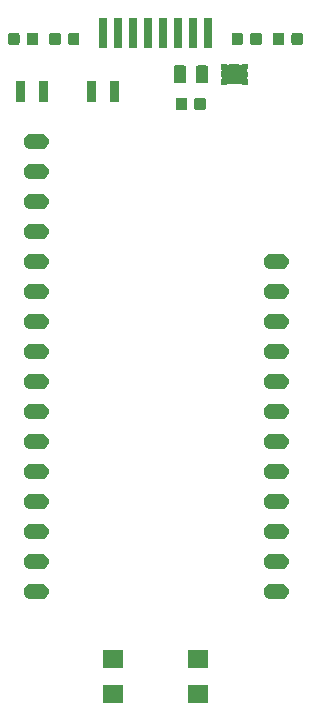
<source format=gbr>
G04 #@! TF.GenerationSoftware,KiCad,Pcbnew,(5.1.5-0-10_14)*
G04 #@! TF.CreationDate,2021-06-02T09:42:11-04:00*
G04 #@! TF.ProjectId,ESLO_RB2_DataDump,45534c4f-5f52-4423-925f-446174614475,rev?*
G04 #@! TF.SameCoordinates,Original*
G04 #@! TF.FileFunction,Soldermask,Top*
G04 #@! TF.FilePolarity,Negative*
%FSLAX46Y46*%
G04 Gerber Fmt 4.6, Leading zero omitted, Abs format (unit mm)*
G04 Created by KiCad (PCBNEW (5.1.5-0-10_14)) date 2021-06-02 09:42:11*
%MOMM*%
%LPD*%
G04 APERTURE LIST*
%ADD10C,0.100000*%
G04 APERTURE END LIST*
D10*
G36*
X134951000Y-127751000D02*
G01*
X133249000Y-127751000D01*
X133249000Y-126249000D01*
X134951000Y-126249000D01*
X134951000Y-127751000D01*
G37*
G36*
X127751000Y-127751000D02*
G01*
X126049000Y-127751000D01*
X126049000Y-126249000D01*
X127751000Y-126249000D01*
X127751000Y-127751000D01*
G37*
G36*
X134951000Y-124751000D02*
G01*
X133249000Y-124751000D01*
X133249000Y-123249000D01*
X134951000Y-123249000D01*
X134951000Y-124751000D01*
G37*
G36*
X127751000Y-124751000D02*
G01*
X126049000Y-124751000D01*
X126049000Y-123249000D01*
X127751000Y-123249000D01*
X127751000Y-124751000D01*
G37*
G36*
X120863855Y-117632140D02*
G01*
X120927618Y-117638420D01*
X121018404Y-117665960D01*
X121050336Y-117675646D01*
X121163425Y-117736094D01*
X121262554Y-117817446D01*
X121343906Y-117916575D01*
X121404354Y-118029664D01*
X121404355Y-118029668D01*
X121441580Y-118152382D01*
X121454149Y-118280000D01*
X121441580Y-118407618D01*
X121414040Y-118498404D01*
X121404354Y-118530336D01*
X121343906Y-118643425D01*
X121262554Y-118742554D01*
X121163425Y-118823906D01*
X121050336Y-118884354D01*
X121018404Y-118894040D01*
X120927618Y-118921580D01*
X120863855Y-118927860D01*
X120831974Y-118931000D01*
X119968026Y-118931000D01*
X119936145Y-118927860D01*
X119872382Y-118921580D01*
X119781596Y-118894040D01*
X119749664Y-118884354D01*
X119636575Y-118823906D01*
X119537446Y-118742554D01*
X119456094Y-118643425D01*
X119395646Y-118530336D01*
X119385960Y-118498404D01*
X119358420Y-118407618D01*
X119345851Y-118280000D01*
X119358420Y-118152382D01*
X119395645Y-118029668D01*
X119395646Y-118029664D01*
X119456094Y-117916575D01*
X119537446Y-117817446D01*
X119636575Y-117736094D01*
X119749664Y-117675646D01*
X119781596Y-117665960D01*
X119872382Y-117638420D01*
X119936145Y-117632140D01*
X119968026Y-117629000D01*
X120831974Y-117629000D01*
X120863855Y-117632140D01*
G37*
G36*
X141183855Y-117632140D02*
G01*
X141247618Y-117638420D01*
X141338404Y-117665960D01*
X141370336Y-117675646D01*
X141483425Y-117736094D01*
X141582554Y-117817446D01*
X141663906Y-117916575D01*
X141724354Y-118029664D01*
X141724355Y-118029668D01*
X141761580Y-118152382D01*
X141774149Y-118280000D01*
X141761580Y-118407618D01*
X141734040Y-118498404D01*
X141724354Y-118530336D01*
X141663906Y-118643425D01*
X141582554Y-118742554D01*
X141483425Y-118823906D01*
X141370336Y-118884354D01*
X141338404Y-118894040D01*
X141247618Y-118921580D01*
X141183855Y-118927860D01*
X141151974Y-118931000D01*
X140288026Y-118931000D01*
X140256145Y-118927860D01*
X140192382Y-118921580D01*
X140101596Y-118894040D01*
X140069664Y-118884354D01*
X139956575Y-118823906D01*
X139857446Y-118742554D01*
X139776094Y-118643425D01*
X139715646Y-118530336D01*
X139705960Y-118498404D01*
X139678420Y-118407618D01*
X139665851Y-118280000D01*
X139678420Y-118152382D01*
X139715645Y-118029668D01*
X139715646Y-118029664D01*
X139776094Y-117916575D01*
X139857446Y-117817446D01*
X139956575Y-117736094D01*
X140069664Y-117675646D01*
X140101596Y-117665960D01*
X140192382Y-117638420D01*
X140256145Y-117632140D01*
X140288026Y-117629000D01*
X141151974Y-117629000D01*
X141183855Y-117632140D01*
G37*
G36*
X120863855Y-115092140D02*
G01*
X120927618Y-115098420D01*
X121018404Y-115125960D01*
X121050336Y-115135646D01*
X121163425Y-115196094D01*
X121262554Y-115277446D01*
X121343906Y-115376575D01*
X121404354Y-115489664D01*
X121404355Y-115489668D01*
X121441580Y-115612382D01*
X121454149Y-115740000D01*
X121441580Y-115867618D01*
X121414040Y-115958404D01*
X121404354Y-115990336D01*
X121343906Y-116103425D01*
X121262554Y-116202554D01*
X121163425Y-116283906D01*
X121050336Y-116344354D01*
X121018404Y-116354040D01*
X120927618Y-116381580D01*
X120863855Y-116387860D01*
X120831974Y-116391000D01*
X119968026Y-116391000D01*
X119936145Y-116387860D01*
X119872382Y-116381580D01*
X119781596Y-116354040D01*
X119749664Y-116344354D01*
X119636575Y-116283906D01*
X119537446Y-116202554D01*
X119456094Y-116103425D01*
X119395646Y-115990336D01*
X119385960Y-115958404D01*
X119358420Y-115867618D01*
X119345851Y-115740000D01*
X119358420Y-115612382D01*
X119395645Y-115489668D01*
X119395646Y-115489664D01*
X119456094Y-115376575D01*
X119537446Y-115277446D01*
X119636575Y-115196094D01*
X119749664Y-115135646D01*
X119781596Y-115125960D01*
X119872382Y-115098420D01*
X119936145Y-115092140D01*
X119968026Y-115089000D01*
X120831974Y-115089000D01*
X120863855Y-115092140D01*
G37*
G36*
X141183855Y-115092140D02*
G01*
X141247618Y-115098420D01*
X141338404Y-115125960D01*
X141370336Y-115135646D01*
X141483425Y-115196094D01*
X141582554Y-115277446D01*
X141663906Y-115376575D01*
X141724354Y-115489664D01*
X141724355Y-115489668D01*
X141761580Y-115612382D01*
X141774149Y-115740000D01*
X141761580Y-115867618D01*
X141734040Y-115958404D01*
X141724354Y-115990336D01*
X141663906Y-116103425D01*
X141582554Y-116202554D01*
X141483425Y-116283906D01*
X141370336Y-116344354D01*
X141338404Y-116354040D01*
X141247618Y-116381580D01*
X141183855Y-116387860D01*
X141151974Y-116391000D01*
X140288026Y-116391000D01*
X140256145Y-116387860D01*
X140192382Y-116381580D01*
X140101596Y-116354040D01*
X140069664Y-116344354D01*
X139956575Y-116283906D01*
X139857446Y-116202554D01*
X139776094Y-116103425D01*
X139715646Y-115990336D01*
X139705960Y-115958404D01*
X139678420Y-115867618D01*
X139665851Y-115740000D01*
X139678420Y-115612382D01*
X139715645Y-115489668D01*
X139715646Y-115489664D01*
X139776094Y-115376575D01*
X139857446Y-115277446D01*
X139956575Y-115196094D01*
X140069664Y-115135646D01*
X140101596Y-115125960D01*
X140192382Y-115098420D01*
X140256145Y-115092140D01*
X140288026Y-115089000D01*
X141151974Y-115089000D01*
X141183855Y-115092140D01*
G37*
G36*
X120863855Y-112552140D02*
G01*
X120927618Y-112558420D01*
X121018404Y-112585960D01*
X121050336Y-112595646D01*
X121163425Y-112656094D01*
X121262554Y-112737446D01*
X121343906Y-112836575D01*
X121404354Y-112949664D01*
X121404355Y-112949668D01*
X121441580Y-113072382D01*
X121454149Y-113200000D01*
X121441580Y-113327618D01*
X121414040Y-113418404D01*
X121404354Y-113450336D01*
X121343906Y-113563425D01*
X121262554Y-113662554D01*
X121163425Y-113743906D01*
X121050336Y-113804354D01*
X121018404Y-113814040D01*
X120927618Y-113841580D01*
X120863855Y-113847860D01*
X120831974Y-113851000D01*
X119968026Y-113851000D01*
X119936145Y-113847860D01*
X119872382Y-113841580D01*
X119781596Y-113814040D01*
X119749664Y-113804354D01*
X119636575Y-113743906D01*
X119537446Y-113662554D01*
X119456094Y-113563425D01*
X119395646Y-113450336D01*
X119385960Y-113418404D01*
X119358420Y-113327618D01*
X119345851Y-113200000D01*
X119358420Y-113072382D01*
X119395645Y-112949668D01*
X119395646Y-112949664D01*
X119456094Y-112836575D01*
X119537446Y-112737446D01*
X119636575Y-112656094D01*
X119749664Y-112595646D01*
X119781596Y-112585960D01*
X119872382Y-112558420D01*
X119936145Y-112552140D01*
X119968026Y-112549000D01*
X120831974Y-112549000D01*
X120863855Y-112552140D01*
G37*
G36*
X141183855Y-112552140D02*
G01*
X141247618Y-112558420D01*
X141338404Y-112585960D01*
X141370336Y-112595646D01*
X141483425Y-112656094D01*
X141582554Y-112737446D01*
X141663906Y-112836575D01*
X141724354Y-112949664D01*
X141724355Y-112949668D01*
X141761580Y-113072382D01*
X141774149Y-113200000D01*
X141761580Y-113327618D01*
X141734040Y-113418404D01*
X141724354Y-113450336D01*
X141663906Y-113563425D01*
X141582554Y-113662554D01*
X141483425Y-113743906D01*
X141370336Y-113804354D01*
X141338404Y-113814040D01*
X141247618Y-113841580D01*
X141183855Y-113847860D01*
X141151974Y-113851000D01*
X140288026Y-113851000D01*
X140256145Y-113847860D01*
X140192382Y-113841580D01*
X140101596Y-113814040D01*
X140069664Y-113804354D01*
X139956575Y-113743906D01*
X139857446Y-113662554D01*
X139776094Y-113563425D01*
X139715646Y-113450336D01*
X139705960Y-113418404D01*
X139678420Y-113327618D01*
X139665851Y-113200000D01*
X139678420Y-113072382D01*
X139715645Y-112949668D01*
X139715646Y-112949664D01*
X139776094Y-112836575D01*
X139857446Y-112737446D01*
X139956575Y-112656094D01*
X140069664Y-112595646D01*
X140101596Y-112585960D01*
X140192382Y-112558420D01*
X140256145Y-112552140D01*
X140288026Y-112549000D01*
X141151974Y-112549000D01*
X141183855Y-112552140D01*
G37*
G36*
X141183855Y-110012140D02*
G01*
X141247618Y-110018420D01*
X141338404Y-110045960D01*
X141370336Y-110055646D01*
X141483425Y-110116094D01*
X141582554Y-110197446D01*
X141663906Y-110296575D01*
X141724354Y-110409664D01*
X141724355Y-110409668D01*
X141761580Y-110532382D01*
X141774149Y-110660000D01*
X141761580Y-110787618D01*
X141734040Y-110878404D01*
X141724354Y-110910336D01*
X141663906Y-111023425D01*
X141582554Y-111122554D01*
X141483425Y-111203906D01*
X141370336Y-111264354D01*
X141338404Y-111274040D01*
X141247618Y-111301580D01*
X141183855Y-111307860D01*
X141151974Y-111311000D01*
X140288026Y-111311000D01*
X140256145Y-111307860D01*
X140192382Y-111301580D01*
X140101596Y-111274040D01*
X140069664Y-111264354D01*
X139956575Y-111203906D01*
X139857446Y-111122554D01*
X139776094Y-111023425D01*
X139715646Y-110910336D01*
X139705960Y-110878404D01*
X139678420Y-110787618D01*
X139665851Y-110660000D01*
X139678420Y-110532382D01*
X139715645Y-110409668D01*
X139715646Y-110409664D01*
X139776094Y-110296575D01*
X139857446Y-110197446D01*
X139956575Y-110116094D01*
X140069664Y-110055646D01*
X140101596Y-110045960D01*
X140192382Y-110018420D01*
X140256145Y-110012140D01*
X140288026Y-110009000D01*
X141151974Y-110009000D01*
X141183855Y-110012140D01*
G37*
G36*
X120863855Y-110012140D02*
G01*
X120927618Y-110018420D01*
X121018404Y-110045960D01*
X121050336Y-110055646D01*
X121163425Y-110116094D01*
X121262554Y-110197446D01*
X121343906Y-110296575D01*
X121404354Y-110409664D01*
X121404355Y-110409668D01*
X121441580Y-110532382D01*
X121454149Y-110660000D01*
X121441580Y-110787618D01*
X121414040Y-110878404D01*
X121404354Y-110910336D01*
X121343906Y-111023425D01*
X121262554Y-111122554D01*
X121163425Y-111203906D01*
X121050336Y-111264354D01*
X121018404Y-111274040D01*
X120927618Y-111301580D01*
X120863855Y-111307860D01*
X120831974Y-111311000D01*
X119968026Y-111311000D01*
X119936145Y-111307860D01*
X119872382Y-111301580D01*
X119781596Y-111274040D01*
X119749664Y-111264354D01*
X119636575Y-111203906D01*
X119537446Y-111122554D01*
X119456094Y-111023425D01*
X119395646Y-110910336D01*
X119385960Y-110878404D01*
X119358420Y-110787618D01*
X119345851Y-110660000D01*
X119358420Y-110532382D01*
X119395645Y-110409668D01*
X119395646Y-110409664D01*
X119456094Y-110296575D01*
X119537446Y-110197446D01*
X119636575Y-110116094D01*
X119749664Y-110055646D01*
X119781596Y-110045960D01*
X119872382Y-110018420D01*
X119936145Y-110012140D01*
X119968026Y-110009000D01*
X120831974Y-110009000D01*
X120863855Y-110012140D01*
G37*
G36*
X141183855Y-107472140D02*
G01*
X141247618Y-107478420D01*
X141338404Y-107505960D01*
X141370336Y-107515646D01*
X141483425Y-107576094D01*
X141582554Y-107657446D01*
X141663906Y-107756575D01*
X141724354Y-107869664D01*
X141724355Y-107869668D01*
X141761580Y-107992382D01*
X141774149Y-108120000D01*
X141761580Y-108247618D01*
X141734040Y-108338404D01*
X141724354Y-108370336D01*
X141663906Y-108483425D01*
X141582554Y-108582554D01*
X141483425Y-108663906D01*
X141370336Y-108724354D01*
X141338404Y-108734040D01*
X141247618Y-108761580D01*
X141183855Y-108767860D01*
X141151974Y-108771000D01*
X140288026Y-108771000D01*
X140256145Y-108767860D01*
X140192382Y-108761580D01*
X140101596Y-108734040D01*
X140069664Y-108724354D01*
X139956575Y-108663906D01*
X139857446Y-108582554D01*
X139776094Y-108483425D01*
X139715646Y-108370336D01*
X139705960Y-108338404D01*
X139678420Y-108247618D01*
X139665851Y-108120000D01*
X139678420Y-107992382D01*
X139715645Y-107869668D01*
X139715646Y-107869664D01*
X139776094Y-107756575D01*
X139857446Y-107657446D01*
X139956575Y-107576094D01*
X140069664Y-107515646D01*
X140101596Y-107505960D01*
X140192382Y-107478420D01*
X140256145Y-107472140D01*
X140288026Y-107469000D01*
X141151974Y-107469000D01*
X141183855Y-107472140D01*
G37*
G36*
X120863855Y-107472140D02*
G01*
X120927618Y-107478420D01*
X121018404Y-107505960D01*
X121050336Y-107515646D01*
X121163425Y-107576094D01*
X121262554Y-107657446D01*
X121343906Y-107756575D01*
X121404354Y-107869664D01*
X121404355Y-107869668D01*
X121441580Y-107992382D01*
X121454149Y-108120000D01*
X121441580Y-108247618D01*
X121414040Y-108338404D01*
X121404354Y-108370336D01*
X121343906Y-108483425D01*
X121262554Y-108582554D01*
X121163425Y-108663906D01*
X121050336Y-108724354D01*
X121018404Y-108734040D01*
X120927618Y-108761580D01*
X120863855Y-108767860D01*
X120831974Y-108771000D01*
X119968026Y-108771000D01*
X119936145Y-108767860D01*
X119872382Y-108761580D01*
X119781596Y-108734040D01*
X119749664Y-108724354D01*
X119636575Y-108663906D01*
X119537446Y-108582554D01*
X119456094Y-108483425D01*
X119395646Y-108370336D01*
X119385960Y-108338404D01*
X119358420Y-108247618D01*
X119345851Y-108120000D01*
X119358420Y-107992382D01*
X119395645Y-107869668D01*
X119395646Y-107869664D01*
X119456094Y-107756575D01*
X119537446Y-107657446D01*
X119636575Y-107576094D01*
X119749664Y-107515646D01*
X119781596Y-107505960D01*
X119872382Y-107478420D01*
X119936145Y-107472140D01*
X119968026Y-107469000D01*
X120831974Y-107469000D01*
X120863855Y-107472140D01*
G37*
G36*
X141183855Y-104932140D02*
G01*
X141247618Y-104938420D01*
X141338404Y-104965960D01*
X141370336Y-104975646D01*
X141483425Y-105036094D01*
X141582554Y-105117446D01*
X141663906Y-105216575D01*
X141724354Y-105329664D01*
X141724355Y-105329668D01*
X141761580Y-105452382D01*
X141774149Y-105580000D01*
X141761580Y-105707618D01*
X141734040Y-105798404D01*
X141724354Y-105830336D01*
X141663906Y-105943425D01*
X141582554Y-106042554D01*
X141483425Y-106123906D01*
X141370336Y-106184354D01*
X141338404Y-106194040D01*
X141247618Y-106221580D01*
X141183855Y-106227860D01*
X141151974Y-106231000D01*
X140288026Y-106231000D01*
X140256145Y-106227860D01*
X140192382Y-106221580D01*
X140101596Y-106194040D01*
X140069664Y-106184354D01*
X139956575Y-106123906D01*
X139857446Y-106042554D01*
X139776094Y-105943425D01*
X139715646Y-105830336D01*
X139705960Y-105798404D01*
X139678420Y-105707618D01*
X139665851Y-105580000D01*
X139678420Y-105452382D01*
X139715645Y-105329668D01*
X139715646Y-105329664D01*
X139776094Y-105216575D01*
X139857446Y-105117446D01*
X139956575Y-105036094D01*
X140069664Y-104975646D01*
X140101596Y-104965960D01*
X140192382Y-104938420D01*
X140256145Y-104932140D01*
X140288026Y-104929000D01*
X141151974Y-104929000D01*
X141183855Y-104932140D01*
G37*
G36*
X120863855Y-104932140D02*
G01*
X120927618Y-104938420D01*
X121018404Y-104965960D01*
X121050336Y-104975646D01*
X121163425Y-105036094D01*
X121262554Y-105117446D01*
X121343906Y-105216575D01*
X121404354Y-105329664D01*
X121404355Y-105329668D01*
X121441580Y-105452382D01*
X121454149Y-105580000D01*
X121441580Y-105707618D01*
X121414040Y-105798404D01*
X121404354Y-105830336D01*
X121343906Y-105943425D01*
X121262554Y-106042554D01*
X121163425Y-106123906D01*
X121050336Y-106184354D01*
X121018404Y-106194040D01*
X120927618Y-106221580D01*
X120863855Y-106227860D01*
X120831974Y-106231000D01*
X119968026Y-106231000D01*
X119936145Y-106227860D01*
X119872382Y-106221580D01*
X119781596Y-106194040D01*
X119749664Y-106184354D01*
X119636575Y-106123906D01*
X119537446Y-106042554D01*
X119456094Y-105943425D01*
X119395646Y-105830336D01*
X119385960Y-105798404D01*
X119358420Y-105707618D01*
X119345851Y-105580000D01*
X119358420Y-105452382D01*
X119395645Y-105329668D01*
X119395646Y-105329664D01*
X119456094Y-105216575D01*
X119537446Y-105117446D01*
X119636575Y-105036094D01*
X119749664Y-104975646D01*
X119781596Y-104965960D01*
X119872382Y-104938420D01*
X119936145Y-104932140D01*
X119968026Y-104929000D01*
X120831974Y-104929000D01*
X120863855Y-104932140D01*
G37*
G36*
X120863855Y-102392140D02*
G01*
X120927618Y-102398420D01*
X121018404Y-102425960D01*
X121050336Y-102435646D01*
X121163425Y-102496094D01*
X121262554Y-102577446D01*
X121343906Y-102676575D01*
X121404354Y-102789664D01*
X121404355Y-102789668D01*
X121441580Y-102912382D01*
X121454149Y-103040000D01*
X121441580Y-103167618D01*
X121414040Y-103258404D01*
X121404354Y-103290336D01*
X121343906Y-103403425D01*
X121262554Y-103502554D01*
X121163425Y-103583906D01*
X121050336Y-103644354D01*
X121018404Y-103654040D01*
X120927618Y-103681580D01*
X120863855Y-103687860D01*
X120831974Y-103691000D01*
X119968026Y-103691000D01*
X119936145Y-103687860D01*
X119872382Y-103681580D01*
X119781596Y-103654040D01*
X119749664Y-103644354D01*
X119636575Y-103583906D01*
X119537446Y-103502554D01*
X119456094Y-103403425D01*
X119395646Y-103290336D01*
X119385960Y-103258404D01*
X119358420Y-103167618D01*
X119345851Y-103040000D01*
X119358420Y-102912382D01*
X119395645Y-102789668D01*
X119395646Y-102789664D01*
X119456094Y-102676575D01*
X119537446Y-102577446D01*
X119636575Y-102496094D01*
X119749664Y-102435646D01*
X119781596Y-102425960D01*
X119872382Y-102398420D01*
X119936145Y-102392140D01*
X119968026Y-102389000D01*
X120831974Y-102389000D01*
X120863855Y-102392140D01*
G37*
G36*
X141183855Y-102392140D02*
G01*
X141247618Y-102398420D01*
X141338404Y-102425960D01*
X141370336Y-102435646D01*
X141483425Y-102496094D01*
X141582554Y-102577446D01*
X141663906Y-102676575D01*
X141724354Y-102789664D01*
X141724355Y-102789668D01*
X141761580Y-102912382D01*
X141774149Y-103040000D01*
X141761580Y-103167618D01*
X141734040Y-103258404D01*
X141724354Y-103290336D01*
X141663906Y-103403425D01*
X141582554Y-103502554D01*
X141483425Y-103583906D01*
X141370336Y-103644354D01*
X141338404Y-103654040D01*
X141247618Y-103681580D01*
X141183855Y-103687860D01*
X141151974Y-103691000D01*
X140288026Y-103691000D01*
X140256145Y-103687860D01*
X140192382Y-103681580D01*
X140101596Y-103654040D01*
X140069664Y-103644354D01*
X139956575Y-103583906D01*
X139857446Y-103502554D01*
X139776094Y-103403425D01*
X139715646Y-103290336D01*
X139705960Y-103258404D01*
X139678420Y-103167618D01*
X139665851Y-103040000D01*
X139678420Y-102912382D01*
X139715645Y-102789668D01*
X139715646Y-102789664D01*
X139776094Y-102676575D01*
X139857446Y-102577446D01*
X139956575Y-102496094D01*
X140069664Y-102435646D01*
X140101596Y-102425960D01*
X140192382Y-102398420D01*
X140256145Y-102392140D01*
X140288026Y-102389000D01*
X141151974Y-102389000D01*
X141183855Y-102392140D01*
G37*
G36*
X120863855Y-99852140D02*
G01*
X120927618Y-99858420D01*
X121018404Y-99885960D01*
X121050336Y-99895646D01*
X121163425Y-99956094D01*
X121262554Y-100037446D01*
X121343906Y-100136575D01*
X121404354Y-100249664D01*
X121404355Y-100249668D01*
X121441580Y-100372382D01*
X121454149Y-100500000D01*
X121441580Y-100627618D01*
X121414040Y-100718404D01*
X121404354Y-100750336D01*
X121343906Y-100863425D01*
X121262554Y-100962554D01*
X121163425Y-101043906D01*
X121050336Y-101104354D01*
X121018404Y-101114040D01*
X120927618Y-101141580D01*
X120863855Y-101147860D01*
X120831974Y-101151000D01*
X119968026Y-101151000D01*
X119936145Y-101147860D01*
X119872382Y-101141580D01*
X119781596Y-101114040D01*
X119749664Y-101104354D01*
X119636575Y-101043906D01*
X119537446Y-100962554D01*
X119456094Y-100863425D01*
X119395646Y-100750336D01*
X119385960Y-100718404D01*
X119358420Y-100627618D01*
X119345851Y-100500000D01*
X119358420Y-100372382D01*
X119395645Y-100249668D01*
X119395646Y-100249664D01*
X119456094Y-100136575D01*
X119537446Y-100037446D01*
X119636575Y-99956094D01*
X119749664Y-99895646D01*
X119781596Y-99885960D01*
X119872382Y-99858420D01*
X119936145Y-99852140D01*
X119968026Y-99849000D01*
X120831974Y-99849000D01*
X120863855Y-99852140D01*
G37*
G36*
X141183855Y-99852140D02*
G01*
X141247618Y-99858420D01*
X141338404Y-99885960D01*
X141370336Y-99895646D01*
X141483425Y-99956094D01*
X141582554Y-100037446D01*
X141663906Y-100136575D01*
X141724354Y-100249664D01*
X141724355Y-100249668D01*
X141761580Y-100372382D01*
X141774149Y-100500000D01*
X141761580Y-100627618D01*
X141734040Y-100718404D01*
X141724354Y-100750336D01*
X141663906Y-100863425D01*
X141582554Y-100962554D01*
X141483425Y-101043906D01*
X141370336Y-101104354D01*
X141338404Y-101114040D01*
X141247618Y-101141580D01*
X141183855Y-101147860D01*
X141151974Y-101151000D01*
X140288026Y-101151000D01*
X140256145Y-101147860D01*
X140192382Y-101141580D01*
X140101596Y-101114040D01*
X140069664Y-101104354D01*
X139956575Y-101043906D01*
X139857446Y-100962554D01*
X139776094Y-100863425D01*
X139715646Y-100750336D01*
X139705960Y-100718404D01*
X139678420Y-100627618D01*
X139665851Y-100500000D01*
X139678420Y-100372382D01*
X139715645Y-100249668D01*
X139715646Y-100249664D01*
X139776094Y-100136575D01*
X139857446Y-100037446D01*
X139956575Y-99956094D01*
X140069664Y-99895646D01*
X140101596Y-99885960D01*
X140192382Y-99858420D01*
X140256145Y-99852140D01*
X140288026Y-99849000D01*
X141151974Y-99849000D01*
X141183855Y-99852140D01*
G37*
G36*
X120863855Y-97312140D02*
G01*
X120927618Y-97318420D01*
X121018404Y-97345960D01*
X121050336Y-97355646D01*
X121163425Y-97416094D01*
X121262554Y-97497446D01*
X121343906Y-97596575D01*
X121404354Y-97709664D01*
X121404355Y-97709668D01*
X121441580Y-97832382D01*
X121454149Y-97960000D01*
X121441580Y-98087618D01*
X121414040Y-98178404D01*
X121404354Y-98210336D01*
X121343906Y-98323425D01*
X121262554Y-98422554D01*
X121163425Y-98503906D01*
X121050336Y-98564354D01*
X121018404Y-98574040D01*
X120927618Y-98601580D01*
X120863855Y-98607860D01*
X120831974Y-98611000D01*
X119968026Y-98611000D01*
X119936145Y-98607860D01*
X119872382Y-98601580D01*
X119781596Y-98574040D01*
X119749664Y-98564354D01*
X119636575Y-98503906D01*
X119537446Y-98422554D01*
X119456094Y-98323425D01*
X119395646Y-98210336D01*
X119385960Y-98178404D01*
X119358420Y-98087618D01*
X119345851Y-97960000D01*
X119358420Y-97832382D01*
X119395645Y-97709668D01*
X119395646Y-97709664D01*
X119456094Y-97596575D01*
X119537446Y-97497446D01*
X119636575Y-97416094D01*
X119749664Y-97355646D01*
X119781596Y-97345960D01*
X119872382Y-97318420D01*
X119936145Y-97312140D01*
X119968026Y-97309000D01*
X120831974Y-97309000D01*
X120863855Y-97312140D01*
G37*
G36*
X141183855Y-97312140D02*
G01*
X141247618Y-97318420D01*
X141338404Y-97345960D01*
X141370336Y-97355646D01*
X141483425Y-97416094D01*
X141582554Y-97497446D01*
X141663906Y-97596575D01*
X141724354Y-97709664D01*
X141724355Y-97709668D01*
X141761580Y-97832382D01*
X141774149Y-97960000D01*
X141761580Y-98087618D01*
X141734040Y-98178404D01*
X141724354Y-98210336D01*
X141663906Y-98323425D01*
X141582554Y-98422554D01*
X141483425Y-98503906D01*
X141370336Y-98564354D01*
X141338404Y-98574040D01*
X141247618Y-98601580D01*
X141183855Y-98607860D01*
X141151974Y-98611000D01*
X140288026Y-98611000D01*
X140256145Y-98607860D01*
X140192382Y-98601580D01*
X140101596Y-98574040D01*
X140069664Y-98564354D01*
X139956575Y-98503906D01*
X139857446Y-98422554D01*
X139776094Y-98323425D01*
X139715646Y-98210336D01*
X139705960Y-98178404D01*
X139678420Y-98087618D01*
X139665851Y-97960000D01*
X139678420Y-97832382D01*
X139715645Y-97709668D01*
X139715646Y-97709664D01*
X139776094Y-97596575D01*
X139857446Y-97497446D01*
X139956575Y-97416094D01*
X140069664Y-97355646D01*
X140101596Y-97345960D01*
X140192382Y-97318420D01*
X140256145Y-97312140D01*
X140288026Y-97309000D01*
X141151974Y-97309000D01*
X141183855Y-97312140D01*
G37*
G36*
X120863855Y-94772140D02*
G01*
X120927618Y-94778420D01*
X121018404Y-94805960D01*
X121050336Y-94815646D01*
X121163425Y-94876094D01*
X121262554Y-94957446D01*
X121343906Y-95056575D01*
X121404354Y-95169664D01*
X121404355Y-95169668D01*
X121441580Y-95292382D01*
X121454149Y-95420000D01*
X121441580Y-95547618D01*
X121414040Y-95638404D01*
X121404354Y-95670336D01*
X121343906Y-95783425D01*
X121262554Y-95882554D01*
X121163425Y-95963906D01*
X121050336Y-96024354D01*
X121018404Y-96034040D01*
X120927618Y-96061580D01*
X120863855Y-96067860D01*
X120831974Y-96071000D01*
X119968026Y-96071000D01*
X119936145Y-96067860D01*
X119872382Y-96061580D01*
X119781596Y-96034040D01*
X119749664Y-96024354D01*
X119636575Y-95963906D01*
X119537446Y-95882554D01*
X119456094Y-95783425D01*
X119395646Y-95670336D01*
X119385960Y-95638404D01*
X119358420Y-95547618D01*
X119345851Y-95420000D01*
X119358420Y-95292382D01*
X119395645Y-95169668D01*
X119395646Y-95169664D01*
X119456094Y-95056575D01*
X119537446Y-94957446D01*
X119636575Y-94876094D01*
X119749664Y-94815646D01*
X119781596Y-94805960D01*
X119872382Y-94778420D01*
X119936145Y-94772140D01*
X119968026Y-94769000D01*
X120831974Y-94769000D01*
X120863855Y-94772140D01*
G37*
G36*
X141183855Y-94772140D02*
G01*
X141247618Y-94778420D01*
X141338404Y-94805960D01*
X141370336Y-94815646D01*
X141483425Y-94876094D01*
X141582554Y-94957446D01*
X141663906Y-95056575D01*
X141724354Y-95169664D01*
X141724355Y-95169668D01*
X141761580Y-95292382D01*
X141774149Y-95420000D01*
X141761580Y-95547618D01*
X141734040Y-95638404D01*
X141724354Y-95670336D01*
X141663906Y-95783425D01*
X141582554Y-95882554D01*
X141483425Y-95963906D01*
X141370336Y-96024354D01*
X141338404Y-96034040D01*
X141247618Y-96061580D01*
X141183855Y-96067860D01*
X141151974Y-96071000D01*
X140288026Y-96071000D01*
X140256145Y-96067860D01*
X140192382Y-96061580D01*
X140101596Y-96034040D01*
X140069664Y-96024354D01*
X139956575Y-95963906D01*
X139857446Y-95882554D01*
X139776094Y-95783425D01*
X139715646Y-95670336D01*
X139705960Y-95638404D01*
X139678420Y-95547618D01*
X139665851Y-95420000D01*
X139678420Y-95292382D01*
X139715645Y-95169668D01*
X139715646Y-95169664D01*
X139776094Y-95056575D01*
X139857446Y-94957446D01*
X139956575Y-94876094D01*
X140069664Y-94815646D01*
X140101596Y-94805960D01*
X140192382Y-94778420D01*
X140256145Y-94772140D01*
X140288026Y-94769000D01*
X141151974Y-94769000D01*
X141183855Y-94772140D01*
G37*
G36*
X141183855Y-92232140D02*
G01*
X141247618Y-92238420D01*
X141338404Y-92265960D01*
X141370336Y-92275646D01*
X141483425Y-92336094D01*
X141582554Y-92417446D01*
X141663906Y-92516575D01*
X141724354Y-92629664D01*
X141724355Y-92629668D01*
X141761580Y-92752382D01*
X141774149Y-92880000D01*
X141761580Y-93007618D01*
X141734040Y-93098404D01*
X141724354Y-93130336D01*
X141663906Y-93243425D01*
X141582554Y-93342554D01*
X141483425Y-93423906D01*
X141370336Y-93484354D01*
X141338404Y-93494040D01*
X141247618Y-93521580D01*
X141183855Y-93527860D01*
X141151974Y-93531000D01*
X140288026Y-93531000D01*
X140256145Y-93527860D01*
X140192382Y-93521580D01*
X140101596Y-93494040D01*
X140069664Y-93484354D01*
X139956575Y-93423906D01*
X139857446Y-93342554D01*
X139776094Y-93243425D01*
X139715646Y-93130336D01*
X139705960Y-93098404D01*
X139678420Y-93007618D01*
X139665851Y-92880000D01*
X139678420Y-92752382D01*
X139715645Y-92629668D01*
X139715646Y-92629664D01*
X139776094Y-92516575D01*
X139857446Y-92417446D01*
X139956575Y-92336094D01*
X140069664Y-92275646D01*
X140101596Y-92265960D01*
X140192382Y-92238420D01*
X140256145Y-92232140D01*
X140288026Y-92229000D01*
X141151974Y-92229000D01*
X141183855Y-92232140D01*
G37*
G36*
X120863855Y-92232140D02*
G01*
X120927618Y-92238420D01*
X121018404Y-92265960D01*
X121050336Y-92275646D01*
X121163425Y-92336094D01*
X121262554Y-92417446D01*
X121343906Y-92516575D01*
X121404354Y-92629664D01*
X121404355Y-92629668D01*
X121441580Y-92752382D01*
X121454149Y-92880000D01*
X121441580Y-93007618D01*
X121414040Y-93098404D01*
X121404354Y-93130336D01*
X121343906Y-93243425D01*
X121262554Y-93342554D01*
X121163425Y-93423906D01*
X121050336Y-93484354D01*
X121018404Y-93494040D01*
X120927618Y-93521580D01*
X120863855Y-93527860D01*
X120831974Y-93531000D01*
X119968026Y-93531000D01*
X119936145Y-93527860D01*
X119872382Y-93521580D01*
X119781596Y-93494040D01*
X119749664Y-93484354D01*
X119636575Y-93423906D01*
X119537446Y-93342554D01*
X119456094Y-93243425D01*
X119395646Y-93130336D01*
X119385960Y-93098404D01*
X119358420Y-93007618D01*
X119345851Y-92880000D01*
X119358420Y-92752382D01*
X119395645Y-92629668D01*
X119395646Y-92629664D01*
X119456094Y-92516575D01*
X119537446Y-92417446D01*
X119636575Y-92336094D01*
X119749664Y-92275646D01*
X119781596Y-92265960D01*
X119872382Y-92238420D01*
X119936145Y-92232140D01*
X119968026Y-92229000D01*
X120831974Y-92229000D01*
X120863855Y-92232140D01*
G37*
G36*
X120863855Y-89692140D02*
G01*
X120927618Y-89698420D01*
X121018404Y-89725960D01*
X121050336Y-89735646D01*
X121163425Y-89796094D01*
X121262554Y-89877446D01*
X121343906Y-89976575D01*
X121404354Y-90089664D01*
X121404355Y-90089668D01*
X121441580Y-90212382D01*
X121454149Y-90340000D01*
X121441580Y-90467618D01*
X121414040Y-90558404D01*
X121404354Y-90590336D01*
X121343906Y-90703425D01*
X121262554Y-90802554D01*
X121163425Y-90883906D01*
X121050336Y-90944354D01*
X121018404Y-90954040D01*
X120927618Y-90981580D01*
X120863855Y-90987860D01*
X120831974Y-90991000D01*
X119968026Y-90991000D01*
X119936145Y-90987860D01*
X119872382Y-90981580D01*
X119781596Y-90954040D01*
X119749664Y-90944354D01*
X119636575Y-90883906D01*
X119537446Y-90802554D01*
X119456094Y-90703425D01*
X119395646Y-90590336D01*
X119385960Y-90558404D01*
X119358420Y-90467618D01*
X119345851Y-90340000D01*
X119358420Y-90212382D01*
X119395645Y-90089668D01*
X119395646Y-90089664D01*
X119456094Y-89976575D01*
X119537446Y-89877446D01*
X119636575Y-89796094D01*
X119749664Y-89735646D01*
X119781596Y-89725960D01*
X119872382Y-89698420D01*
X119936145Y-89692140D01*
X119968026Y-89689000D01*
X120831974Y-89689000D01*
X120863855Y-89692140D01*
G37*
G36*
X141183855Y-89692140D02*
G01*
X141247618Y-89698420D01*
X141338404Y-89725960D01*
X141370336Y-89735646D01*
X141483425Y-89796094D01*
X141582554Y-89877446D01*
X141663906Y-89976575D01*
X141724354Y-90089664D01*
X141724355Y-90089668D01*
X141761580Y-90212382D01*
X141774149Y-90340000D01*
X141761580Y-90467618D01*
X141734040Y-90558404D01*
X141724354Y-90590336D01*
X141663906Y-90703425D01*
X141582554Y-90802554D01*
X141483425Y-90883906D01*
X141370336Y-90944354D01*
X141338404Y-90954040D01*
X141247618Y-90981580D01*
X141183855Y-90987860D01*
X141151974Y-90991000D01*
X140288026Y-90991000D01*
X140256145Y-90987860D01*
X140192382Y-90981580D01*
X140101596Y-90954040D01*
X140069664Y-90944354D01*
X139956575Y-90883906D01*
X139857446Y-90802554D01*
X139776094Y-90703425D01*
X139715646Y-90590336D01*
X139705960Y-90558404D01*
X139678420Y-90467618D01*
X139665851Y-90340000D01*
X139678420Y-90212382D01*
X139715645Y-90089668D01*
X139715646Y-90089664D01*
X139776094Y-89976575D01*
X139857446Y-89877446D01*
X139956575Y-89796094D01*
X140069664Y-89735646D01*
X140101596Y-89725960D01*
X140192382Y-89698420D01*
X140256145Y-89692140D01*
X140288026Y-89689000D01*
X141151974Y-89689000D01*
X141183855Y-89692140D01*
G37*
G36*
X120863855Y-87152140D02*
G01*
X120927618Y-87158420D01*
X121018404Y-87185960D01*
X121050336Y-87195646D01*
X121163425Y-87256094D01*
X121262554Y-87337446D01*
X121343906Y-87436575D01*
X121404354Y-87549664D01*
X121404355Y-87549668D01*
X121441580Y-87672382D01*
X121454149Y-87800000D01*
X121441580Y-87927618D01*
X121414040Y-88018404D01*
X121404354Y-88050336D01*
X121343906Y-88163425D01*
X121262554Y-88262554D01*
X121163425Y-88343906D01*
X121050336Y-88404354D01*
X121018404Y-88414040D01*
X120927618Y-88441580D01*
X120863855Y-88447860D01*
X120831974Y-88451000D01*
X119968026Y-88451000D01*
X119936145Y-88447860D01*
X119872382Y-88441580D01*
X119781596Y-88414040D01*
X119749664Y-88404354D01*
X119636575Y-88343906D01*
X119537446Y-88262554D01*
X119456094Y-88163425D01*
X119395646Y-88050336D01*
X119385960Y-88018404D01*
X119358420Y-87927618D01*
X119345851Y-87800000D01*
X119358420Y-87672382D01*
X119395645Y-87549668D01*
X119395646Y-87549664D01*
X119456094Y-87436575D01*
X119537446Y-87337446D01*
X119636575Y-87256094D01*
X119749664Y-87195646D01*
X119781596Y-87185960D01*
X119872382Y-87158420D01*
X119936145Y-87152140D01*
X119968026Y-87149000D01*
X120831974Y-87149000D01*
X120863855Y-87152140D01*
G37*
G36*
X120863855Y-84612140D02*
G01*
X120927618Y-84618420D01*
X121018404Y-84645960D01*
X121050336Y-84655646D01*
X121163425Y-84716094D01*
X121262554Y-84797446D01*
X121343906Y-84896575D01*
X121404354Y-85009664D01*
X121404355Y-85009668D01*
X121441580Y-85132382D01*
X121454149Y-85260000D01*
X121441580Y-85387618D01*
X121414040Y-85478404D01*
X121404354Y-85510336D01*
X121343906Y-85623425D01*
X121262554Y-85722554D01*
X121163425Y-85803906D01*
X121050336Y-85864354D01*
X121018404Y-85874040D01*
X120927618Y-85901580D01*
X120863855Y-85907860D01*
X120831974Y-85911000D01*
X119968026Y-85911000D01*
X119936145Y-85907860D01*
X119872382Y-85901580D01*
X119781596Y-85874040D01*
X119749664Y-85864354D01*
X119636575Y-85803906D01*
X119537446Y-85722554D01*
X119456094Y-85623425D01*
X119395646Y-85510336D01*
X119385960Y-85478404D01*
X119358420Y-85387618D01*
X119345851Y-85260000D01*
X119358420Y-85132382D01*
X119395645Y-85009668D01*
X119395646Y-85009664D01*
X119456094Y-84896575D01*
X119537446Y-84797446D01*
X119636575Y-84716094D01*
X119749664Y-84655646D01*
X119781596Y-84645960D01*
X119872382Y-84618420D01*
X119936145Y-84612140D01*
X119968026Y-84609000D01*
X120831974Y-84609000D01*
X120863855Y-84612140D01*
G37*
G36*
X120863855Y-82072140D02*
G01*
X120927618Y-82078420D01*
X121018404Y-82105960D01*
X121050336Y-82115646D01*
X121163425Y-82176094D01*
X121262554Y-82257446D01*
X121343906Y-82356575D01*
X121404354Y-82469664D01*
X121404355Y-82469668D01*
X121441580Y-82592382D01*
X121454149Y-82720000D01*
X121441580Y-82847618D01*
X121414040Y-82938404D01*
X121404354Y-82970336D01*
X121343906Y-83083425D01*
X121262554Y-83182554D01*
X121163425Y-83263906D01*
X121050336Y-83324354D01*
X121018404Y-83334040D01*
X120927618Y-83361580D01*
X120863855Y-83367860D01*
X120831974Y-83371000D01*
X119968026Y-83371000D01*
X119936145Y-83367860D01*
X119872382Y-83361580D01*
X119781596Y-83334040D01*
X119749664Y-83324354D01*
X119636575Y-83263906D01*
X119537446Y-83182554D01*
X119456094Y-83083425D01*
X119395646Y-82970336D01*
X119385960Y-82938404D01*
X119358420Y-82847618D01*
X119345851Y-82720000D01*
X119358420Y-82592382D01*
X119395645Y-82469668D01*
X119395646Y-82469664D01*
X119456094Y-82356575D01*
X119537446Y-82257446D01*
X119636575Y-82176094D01*
X119749664Y-82115646D01*
X119781596Y-82105960D01*
X119872382Y-82078420D01*
X119936145Y-82072140D01*
X119968026Y-82069000D01*
X120831974Y-82069000D01*
X120863855Y-82072140D01*
G37*
G36*
X120863855Y-79532140D02*
G01*
X120927618Y-79538420D01*
X121018404Y-79565960D01*
X121050336Y-79575646D01*
X121163425Y-79636094D01*
X121262554Y-79717446D01*
X121343906Y-79816575D01*
X121404354Y-79929664D01*
X121404355Y-79929668D01*
X121441580Y-80052382D01*
X121454149Y-80180000D01*
X121441580Y-80307618D01*
X121414040Y-80398404D01*
X121404354Y-80430336D01*
X121343906Y-80543425D01*
X121262554Y-80642554D01*
X121163425Y-80723906D01*
X121050336Y-80784354D01*
X121018404Y-80794040D01*
X120927618Y-80821580D01*
X120863855Y-80827860D01*
X120831974Y-80831000D01*
X119968026Y-80831000D01*
X119936145Y-80827860D01*
X119872382Y-80821580D01*
X119781596Y-80794040D01*
X119749664Y-80784354D01*
X119636575Y-80723906D01*
X119537446Y-80642554D01*
X119456094Y-80543425D01*
X119395646Y-80430336D01*
X119385960Y-80398404D01*
X119358420Y-80307618D01*
X119345851Y-80180000D01*
X119358420Y-80052382D01*
X119395645Y-79929668D01*
X119395646Y-79929664D01*
X119456094Y-79816575D01*
X119537446Y-79717446D01*
X119636575Y-79636094D01*
X119749664Y-79575646D01*
X119781596Y-79565960D01*
X119872382Y-79538420D01*
X119936145Y-79532140D01*
X119968026Y-79529000D01*
X120831974Y-79529000D01*
X120863855Y-79532140D01*
G37*
G36*
X133042091Y-76478085D02*
G01*
X133076069Y-76488393D01*
X133107390Y-76505134D01*
X133134839Y-76527661D01*
X133157366Y-76555110D01*
X133174107Y-76586431D01*
X133184415Y-76620409D01*
X133188500Y-76661890D01*
X133188500Y-77338110D01*
X133184415Y-77379591D01*
X133174107Y-77413569D01*
X133157366Y-77444890D01*
X133134839Y-77472339D01*
X133107390Y-77494866D01*
X133076069Y-77511607D01*
X133042091Y-77521915D01*
X133000610Y-77526000D01*
X132399390Y-77526000D01*
X132357909Y-77521915D01*
X132323931Y-77511607D01*
X132292610Y-77494866D01*
X132265161Y-77472339D01*
X132242634Y-77444890D01*
X132225893Y-77413569D01*
X132215585Y-77379591D01*
X132211500Y-77338110D01*
X132211500Y-76661890D01*
X132215585Y-76620409D01*
X132225893Y-76586431D01*
X132242634Y-76555110D01*
X132265161Y-76527661D01*
X132292610Y-76505134D01*
X132323931Y-76488393D01*
X132357909Y-76478085D01*
X132399390Y-76474000D01*
X133000610Y-76474000D01*
X133042091Y-76478085D01*
G37*
G36*
X134617091Y-76478085D02*
G01*
X134651069Y-76488393D01*
X134682390Y-76505134D01*
X134709839Y-76527661D01*
X134732366Y-76555110D01*
X134749107Y-76586431D01*
X134759415Y-76620409D01*
X134763500Y-76661890D01*
X134763500Y-77338110D01*
X134759415Y-77379591D01*
X134749107Y-77413569D01*
X134732366Y-77444890D01*
X134709839Y-77472339D01*
X134682390Y-77494866D01*
X134651069Y-77511607D01*
X134617091Y-77521915D01*
X134575610Y-77526000D01*
X133974390Y-77526000D01*
X133932909Y-77521915D01*
X133898931Y-77511607D01*
X133867610Y-77494866D01*
X133840161Y-77472339D01*
X133817634Y-77444890D01*
X133800893Y-77413569D01*
X133790585Y-77379591D01*
X133786500Y-77338110D01*
X133786500Y-76661890D01*
X133790585Y-76620409D01*
X133800893Y-76586431D01*
X133817634Y-76555110D01*
X133840161Y-76527661D01*
X133867610Y-76505134D01*
X133898931Y-76488393D01*
X133932909Y-76478085D01*
X133974390Y-76474000D01*
X134575610Y-76474000D01*
X134617091Y-76478085D01*
G37*
G36*
X125476000Y-76851000D02*
G01*
X124724000Y-76851000D01*
X124724000Y-75049000D01*
X125476000Y-75049000D01*
X125476000Y-76851000D01*
G37*
G36*
X121376000Y-76851000D02*
G01*
X120624000Y-76851000D01*
X120624000Y-75049000D01*
X121376000Y-75049000D01*
X121376000Y-76851000D01*
G37*
G36*
X119476000Y-76851000D02*
G01*
X118724000Y-76851000D01*
X118724000Y-75049000D01*
X119476000Y-75049000D01*
X119476000Y-76851000D01*
G37*
G36*
X127376000Y-76851000D02*
G01*
X126624000Y-76851000D01*
X126624000Y-75049000D01*
X127376000Y-75049000D01*
X127376000Y-76851000D01*
G37*
G36*
X136480202Y-73600683D02*
G01*
X136490735Y-73603878D01*
X136500443Y-73609068D01*
X136508951Y-73616049D01*
X136515932Y-73624557D01*
X136525092Y-73641694D01*
X136528064Y-73648866D01*
X136541681Y-73669239D01*
X136559010Y-73686564D01*
X136579386Y-73700175D01*
X136602026Y-73709549D01*
X136626060Y-73714327D01*
X136650564Y-73714324D01*
X136674596Y-73709540D01*
X136697234Y-73700160D01*
X136717597Y-73686551D01*
X136719001Y-73685399D01*
X136755716Y-73665774D01*
X136795566Y-73653686D01*
X136843141Y-73649000D01*
X137506859Y-73649000D01*
X137554434Y-73653686D01*
X137594284Y-73665774D01*
X137630999Y-73685399D01*
X137632403Y-73686551D01*
X137652777Y-73700166D01*
X137675415Y-73709544D01*
X137699448Y-73714325D01*
X137723952Y-73714325D01*
X137747986Y-73709546D01*
X137770625Y-73700169D01*
X137791000Y-73686556D01*
X137808327Y-73669229D01*
X137821942Y-73648855D01*
X137824912Y-73641686D01*
X137834068Y-73624557D01*
X137841049Y-73616049D01*
X137849557Y-73609068D01*
X137859265Y-73603878D01*
X137869798Y-73600683D01*
X137886888Y-73599000D01*
X138238112Y-73599000D01*
X138255202Y-73600683D01*
X138265735Y-73603878D01*
X138275443Y-73609068D01*
X138283951Y-73616049D01*
X138290932Y-73624557D01*
X138296122Y-73634265D01*
X138299317Y-73644798D01*
X138301000Y-73661888D01*
X138301000Y-74038112D01*
X138299317Y-74055202D01*
X138296122Y-74065735D01*
X138290932Y-74075443D01*
X138278371Y-74090749D01*
X138273417Y-74095704D01*
X138259803Y-74116079D01*
X138250427Y-74138718D01*
X138245647Y-74162751D01*
X138245647Y-74187255D01*
X138250428Y-74211288D01*
X138259806Y-74233927D01*
X138273420Y-74254301D01*
X138278378Y-74259259D01*
X138290932Y-74274557D01*
X138296122Y-74284265D01*
X138299317Y-74294798D01*
X138301000Y-74311888D01*
X138301000Y-74688112D01*
X138299317Y-74705202D01*
X138296122Y-74715735D01*
X138290932Y-74725443D01*
X138278371Y-74740749D01*
X138273417Y-74745704D01*
X138259803Y-74766079D01*
X138250427Y-74788718D01*
X138245647Y-74812751D01*
X138245647Y-74837255D01*
X138250428Y-74861288D01*
X138259806Y-74883927D01*
X138273420Y-74904301D01*
X138278378Y-74909259D01*
X138290932Y-74924557D01*
X138296122Y-74934265D01*
X138299317Y-74944798D01*
X138301000Y-74961888D01*
X138301000Y-75338112D01*
X138299317Y-75355202D01*
X138296122Y-75365735D01*
X138290932Y-75375443D01*
X138283951Y-75383951D01*
X138275443Y-75390932D01*
X138265735Y-75396122D01*
X138255202Y-75399317D01*
X138238112Y-75401000D01*
X137886888Y-75401000D01*
X137869798Y-75399317D01*
X137859265Y-75396122D01*
X137849557Y-75390932D01*
X137841049Y-75383951D01*
X137834068Y-75375443D01*
X137824908Y-75358306D01*
X137821936Y-75351134D01*
X137808319Y-75330761D01*
X137790990Y-75313436D01*
X137770614Y-75299825D01*
X137747974Y-75290451D01*
X137723940Y-75285673D01*
X137699436Y-75285676D01*
X137675404Y-75290460D01*
X137652766Y-75299840D01*
X137632403Y-75313449D01*
X137630999Y-75314601D01*
X137594284Y-75334226D01*
X137554434Y-75346314D01*
X137506859Y-75351000D01*
X136843141Y-75351000D01*
X136795566Y-75346314D01*
X136755716Y-75334226D01*
X136719001Y-75314601D01*
X136717597Y-75313449D01*
X136697223Y-75299834D01*
X136674585Y-75290456D01*
X136650552Y-75285675D01*
X136626048Y-75285675D01*
X136602014Y-75290454D01*
X136579375Y-75299831D01*
X136559000Y-75313444D01*
X136541673Y-75330771D01*
X136528058Y-75351145D01*
X136525088Y-75358314D01*
X136515932Y-75375443D01*
X136508951Y-75383951D01*
X136500443Y-75390932D01*
X136490735Y-75396122D01*
X136480202Y-75399317D01*
X136463112Y-75401000D01*
X136111888Y-75401000D01*
X136094798Y-75399317D01*
X136084265Y-75396122D01*
X136074557Y-75390932D01*
X136066049Y-75383951D01*
X136059068Y-75375443D01*
X136053878Y-75365735D01*
X136050683Y-75355202D01*
X136049000Y-75338112D01*
X136049000Y-74961888D01*
X136050683Y-74944798D01*
X136053878Y-74934265D01*
X136059068Y-74924557D01*
X136071629Y-74909251D01*
X136076583Y-74904296D01*
X136090197Y-74883921D01*
X136099573Y-74861282D01*
X136104353Y-74837249D01*
X136104353Y-74812745D01*
X136099572Y-74788712D01*
X136090194Y-74766073D01*
X136076580Y-74745699D01*
X136071622Y-74740741D01*
X136059068Y-74725443D01*
X136053878Y-74715735D01*
X136050683Y-74705202D01*
X136049000Y-74688112D01*
X136049000Y-74311888D01*
X136050683Y-74294798D01*
X136053878Y-74284265D01*
X136059068Y-74274557D01*
X136071629Y-74259251D01*
X136076583Y-74254296D01*
X136090197Y-74233921D01*
X136099573Y-74211282D01*
X136104353Y-74187249D01*
X136104353Y-74162745D01*
X136099572Y-74138712D01*
X136090194Y-74116073D01*
X136076580Y-74095699D01*
X136071622Y-74090741D01*
X136059068Y-74075443D01*
X136053878Y-74065735D01*
X136050683Y-74055202D01*
X136049000Y-74038112D01*
X136049000Y-73661888D01*
X136050683Y-73644798D01*
X136053878Y-73634265D01*
X136059068Y-73624557D01*
X136066049Y-73616049D01*
X136074557Y-73609068D01*
X136084265Y-73603878D01*
X136094798Y-73600683D01*
X136111888Y-73599000D01*
X136463112Y-73599000D01*
X136480202Y-73600683D01*
G37*
G36*
X134809468Y-73753565D02*
G01*
X134848138Y-73765296D01*
X134883777Y-73784346D01*
X134915017Y-73809983D01*
X134940654Y-73841223D01*
X134959704Y-73876862D01*
X134971435Y-73915532D01*
X134976000Y-73961888D01*
X134976000Y-75038112D01*
X134971435Y-75084468D01*
X134959704Y-75123138D01*
X134940654Y-75158777D01*
X134915017Y-75190017D01*
X134883777Y-75215654D01*
X134848138Y-75234704D01*
X134809468Y-75246435D01*
X134763112Y-75251000D01*
X134111888Y-75251000D01*
X134065532Y-75246435D01*
X134026862Y-75234704D01*
X133991223Y-75215654D01*
X133959983Y-75190017D01*
X133934346Y-75158777D01*
X133915296Y-75123138D01*
X133903565Y-75084468D01*
X133899000Y-75038112D01*
X133899000Y-73961888D01*
X133903565Y-73915532D01*
X133915296Y-73876862D01*
X133934346Y-73841223D01*
X133959983Y-73809983D01*
X133991223Y-73784346D01*
X134026862Y-73765296D01*
X134065532Y-73753565D01*
X134111888Y-73749000D01*
X134763112Y-73749000D01*
X134809468Y-73753565D01*
G37*
G36*
X132934468Y-73753565D02*
G01*
X132973138Y-73765296D01*
X133008777Y-73784346D01*
X133040017Y-73809983D01*
X133065654Y-73841223D01*
X133084704Y-73876862D01*
X133096435Y-73915532D01*
X133101000Y-73961888D01*
X133101000Y-75038112D01*
X133096435Y-75084468D01*
X133084704Y-75123138D01*
X133065654Y-75158777D01*
X133040017Y-75190017D01*
X133008777Y-75215654D01*
X132973138Y-75234704D01*
X132934468Y-75246435D01*
X132888112Y-75251000D01*
X132236888Y-75251000D01*
X132190532Y-75246435D01*
X132151862Y-75234704D01*
X132116223Y-75215654D01*
X132084983Y-75190017D01*
X132059346Y-75158777D01*
X132040296Y-75123138D01*
X132028565Y-75084468D01*
X132024000Y-75038112D01*
X132024000Y-73961888D01*
X132028565Y-73915532D01*
X132040296Y-73876862D01*
X132059346Y-73841223D01*
X132084983Y-73809983D01*
X132116223Y-73784346D01*
X132151862Y-73765296D01*
X132190532Y-73753565D01*
X132236888Y-73749000D01*
X132888112Y-73749000D01*
X132934468Y-73753565D01*
G37*
G36*
X135296000Y-72301000D02*
G01*
X134594000Y-72301000D01*
X134594000Y-69699000D01*
X135296000Y-69699000D01*
X135296000Y-72301000D01*
G37*
G36*
X134026000Y-72301000D02*
G01*
X133324000Y-72301000D01*
X133324000Y-69699000D01*
X134026000Y-69699000D01*
X134026000Y-72301000D01*
G37*
G36*
X132756000Y-72301000D02*
G01*
X132054000Y-72301000D01*
X132054000Y-69699000D01*
X132756000Y-69699000D01*
X132756000Y-72301000D01*
G37*
G36*
X131486000Y-72301000D02*
G01*
X130784000Y-72301000D01*
X130784000Y-69699000D01*
X131486000Y-69699000D01*
X131486000Y-72301000D01*
G37*
G36*
X130216000Y-72301000D02*
G01*
X129514000Y-72301000D01*
X129514000Y-69699000D01*
X130216000Y-69699000D01*
X130216000Y-72301000D01*
G37*
G36*
X128946000Y-72301000D02*
G01*
X128244000Y-72301000D01*
X128244000Y-69699000D01*
X128946000Y-69699000D01*
X128946000Y-72301000D01*
G37*
G36*
X127676000Y-72301000D02*
G01*
X126974000Y-72301000D01*
X126974000Y-69699000D01*
X127676000Y-69699000D01*
X127676000Y-72301000D01*
G37*
G36*
X126406000Y-72301000D02*
G01*
X125704000Y-72301000D01*
X125704000Y-69699000D01*
X126406000Y-69699000D01*
X126406000Y-72301000D01*
G37*
G36*
X120417091Y-70978085D02*
G01*
X120451069Y-70988393D01*
X120482390Y-71005134D01*
X120509839Y-71027661D01*
X120532366Y-71055110D01*
X120549107Y-71086431D01*
X120559415Y-71120409D01*
X120563500Y-71161890D01*
X120563500Y-71838110D01*
X120559415Y-71879591D01*
X120549107Y-71913569D01*
X120532366Y-71944890D01*
X120509839Y-71972339D01*
X120482390Y-71994866D01*
X120451069Y-72011607D01*
X120417091Y-72021915D01*
X120375610Y-72026000D01*
X119774390Y-72026000D01*
X119732909Y-72021915D01*
X119698931Y-72011607D01*
X119667610Y-71994866D01*
X119640161Y-71972339D01*
X119617634Y-71944890D01*
X119600893Y-71913569D01*
X119590585Y-71879591D01*
X119586500Y-71838110D01*
X119586500Y-71161890D01*
X119590585Y-71120409D01*
X119600893Y-71086431D01*
X119617634Y-71055110D01*
X119640161Y-71027661D01*
X119667610Y-71005134D01*
X119698931Y-70988393D01*
X119732909Y-70978085D01*
X119774390Y-70974000D01*
X120375610Y-70974000D01*
X120417091Y-70978085D01*
G37*
G36*
X118842091Y-70978085D02*
G01*
X118876069Y-70988393D01*
X118907390Y-71005134D01*
X118934839Y-71027661D01*
X118957366Y-71055110D01*
X118974107Y-71086431D01*
X118984415Y-71120409D01*
X118988500Y-71161890D01*
X118988500Y-71838110D01*
X118984415Y-71879591D01*
X118974107Y-71913569D01*
X118957366Y-71944890D01*
X118934839Y-71972339D01*
X118907390Y-71994866D01*
X118876069Y-72011607D01*
X118842091Y-72021915D01*
X118800610Y-72026000D01*
X118199390Y-72026000D01*
X118157909Y-72021915D01*
X118123931Y-72011607D01*
X118092610Y-71994866D01*
X118065161Y-71972339D01*
X118042634Y-71944890D01*
X118025893Y-71913569D01*
X118015585Y-71879591D01*
X118011500Y-71838110D01*
X118011500Y-71161890D01*
X118015585Y-71120409D01*
X118025893Y-71086431D01*
X118042634Y-71055110D01*
X118065161Y-71027661D01*
X118092610Y-71005134D01*
X118123931Y-70988393D01*
X118157909Y-70978085D01*
X118199390Y-70974000D01*
X118800610Y-70974000D01*
X118842091Y-70978085D01*
G37*
G36*
X141267091Y-70978085D02*
G01*
X141301069Y-70988393D01*
X141332390Y-71005134D01*
X141359839Y-71027661D01*
X141382366Y-71055110D01*
X141399107Y-71086431D01*
X141409415Y-71120409D01*
X141413500Y-71161890D01*
X141413500Y-71838110D01*
X141409415Y-71879591D01*
X141399107Y-71913569D01*
X141382366Y-71944890D01*
X141359839Y-71972339D01*
X141332390Y-71994866D01*
X141301069Y-72011607D01*
X141267091Y-72021915D01*
X141225610Y-72026000D01*
X140624390Y-72026000D01*
X140582909Y-72021915D01*
X140548931Y-72011607D01*
X140517610Y-71994866D01*
X140490161Y-71972339D01*
X140467634Y-71944890D01*
X140450893Y-71913569D01*
X140440585Y-71879591D01*
X140436500Y-71838110D01*
X140436500Y-71161890D01*
X140440585Y-71120409D01*
X140450893Y-71086431D01*
X140467634Y-71055110D01*
X140490161Y-71027661D01*
X140517610Y-71005134D01*
X140548931Y-70988393D01*
X140582909Y-70978085D01*
X140624390Y-70974000D01*
X141225610Y-70974000D01*
X141267091Y-70978085D01*
G37*
G36*
X142842091Y-70978085D02*
G01*
X142876069Y-70988393D01*
X142907390Y-71005134D01*
X142934839Y-71027661D01*
X142957366Y-71055110D01*
X142974107Y-71086431D01*
X142984415Y-71120409D01*
X142988500Y-71161890D01*
X142988500Y-71838110D01*
X142984415Y-71879591D01*
X142974107Y-71913569D01*
X142957366Y-71944890D01*
X142934839Y-71972339D01*
X142907390Y-71994866D01*
X142876069Y-72011607D01*
X142842091Y-72021915D01*
X142800610Y-72026000D01*
X142199390Y-72026000D01*
X142157909Y-72021915D01*
X142123931Y-72011607D01*
X142092610Y-71994866D01*
X142065161Y-71972339D01*
X142042634Y-71944890D01*
X142025893Y-71913569D01*
X142015585Y-71879591D01*
X142011500Y-71838110D01*
X142011500Y-71161890D01*
X142015585Y-71120409D01*
X142025893Y-71086431D01*
X142042634Y-71055110D01*
X142065161Y-71027661D01*
X142092610Y-71005134D01*
X142123931Y-70988393D01*
X142157909Y-70978085D01*
X142199390Y-70974000D01*
X142800610Y-70974000D01*
X142842091Y-70978085D01*
G37*
G36*
X139342091Y-70978085D02*
G01*
X139376069Y-70988393D01*
X139407390Y-71005134D01*
X139434839Y-71027661D01*
X139457366Y-71055110D01*
X139474107Y-71086431D01*
X139484415Y-71120409D01*
X139488500Y-71161890D01*
X139488500Y-71838110D01*
X139484415Y-71879591D01*
X139474107Y-71913569D01*
X139457366Y-71944890D01*
X139434839Y-71972339D01*
X139407390Y-71994866D01*
X139376069Y-72011607D01*
X139342091Y-72021915D01*
X139300610Y-72026000D01*
X138699390Y-72026000D01*
X138657909Y-72021915D01*
X138623931Y-72011607D01*
X138592610Y-71994866D01*
X138565161Y-71972339D01*
X138542634Y-71944890D01*
X138525893Y-71913569D01*
X138515585Y-71879591D01*
X138511500Y-71838110D01*
X138511500Y-71161890D01*
X138515585Y-71120409D01*
X138525893Y-71086431D01*
X138542634Y-71055110D01*
X138565161Y-71027661D01*
X138592610Y-71005134D01*
X138623931Y-70988393D01*
X138657909Y-70978085D01*
X138699390Y-70974000D01*
X139300610Y-70974000D01*
X139342091Y-70978085D01*
G37*
G36*
X137767091Y-70978085D02*
G01*
X137801069Y-70988393D01*
X137832390Y-71005134D01*
X137859839Y-71027661D01*
X137882366Y-71055110D01*
X137899107Y-71086431D01*
X137909415Y-71120409D01*
X137913500Y-71161890D01*
X137913500Y-71838110D01*
X137909415Y-71879591D01*
X137899107Y-71913569D01*
X137882366Y-71944890D01*
X137859839Y-71972339D01*
X137832390Y-71994866D01*
X137801069Y-72011607D01*
X137767091Y-72021915D01*
X137725610Y-72026000D01*
X137124390Y-72026000D01*
X137082909Y-72021915D01*
X137048931Y-72011607D01*
X137017610Y-71994866D01*
X136990161Y-71972339D01*
X136967634Y-71944890D01*
X136950893Y-71913569D01*
X136940585Y-71879591D01*
X136936500Y-71838110D01*
X136936500Y-71161890D01*
X136940585Y-71120409D01*
X136950893Y-71086431D01*
X136967634Y-71055110D01*
X136990161Y-71027661D01*
X137017610Y-71005134D01*
X137048931Y-70988393D01*
X137082909Y-70978085D01*
X137124390Y-70974000D01*
X137725610Y-70974000D01*
X137767091Y-70978085D01*
G37*
G36*
X122342091Y-70978085D02*
G01*
X122376069Y-70988393D01*
X122407390Y-71005134D01*
X122434839Y-71027661D01*
X122457366Y-71055110D01*
X122474107Y-71086431D01*
X122484415Y-71120409D01*
X122488500Y-71161890D01*
X122488500Y-71838110D01*
X122484415Y-71879591D01*
X122474107Y-71913569D01*
X122457366Y-71944890D01*
X122434839Y-71972339D01*
X122407390Y-71994866D01*
X122376069Y-72011607D01*
X122342091Y-72021915D01*
X122300610Y-72026000D01*
X121699390Y-72026000D01*
X121657909Y-72021915D01*
X121623931Y-72011607D01*
X121592610Y-71994866D01*
X121565161Y-71972339D01*
X121542634Y-71944890D01*
X121525893Y-71913569D01*
X121515585Y-71879591D01*
X121511500Y-71838110D01*
X121511500Y-71161890D01*
X121515585Y-71120409D01*
X121525893Y-71086431D01*
X121542634Y-71055110D01*
X121565161Y-71027661D01*
X121592610Y-71005134D01*
X121623931Y-70988393D01*
X121657909Y-70978085D01*
X121699390Y-70974000D01*
X122300610Y-70974000D01*
X122342091Y-70978085D01*
G37*
G36*
X123917091Y-70978085D02*
G01*
X123951069Y-70988393D01*
X123982390Y-71005134D01*
X124009839Y-71027661D01*
X124032366Y-71055110D01*
X124049107Y-71086431D01*
X124059415Y-71120409D01*
X124063500Y-71161890D01*
X124063500Y-71838110D01*
X124059415Y-71879591D01*
X124049107Y-71913569D01*
X124032366Y-71944890D01*
X124009839Y-71972339D01*
X123982390Y-71994866D01*
X123951069Y-72011607D01*
X123917091Y-72021915D01*
X123875610Y-72026000D01*
X123274390Y-72026000D01*
X123232909Y-72021915D01*
X123198931Y-72011607D01*
X123167610Y-71994866D01*
X123140161Y-71972339D01*
X123117634Y-71944890D01*
X123100893Y-71913569D01*
X123090585Y-71879591D01*
X123086500Y-71838110D01*
X123086500Y-71161890D01*
X123090585Y-71120409D01*
X123100893Y-71086431D01*
X123117634Y-71055110D01*
X123140161Y-71027661D01*
X123167610Y-71005134D01*
X123198931Y-70988393D01*
X123232909Y-70978085D01*
X123274390Y-70974000D01*
X123875610Y-70974000D01*
X123917091Y-70978085D01*
G37*
M02*

</source>
